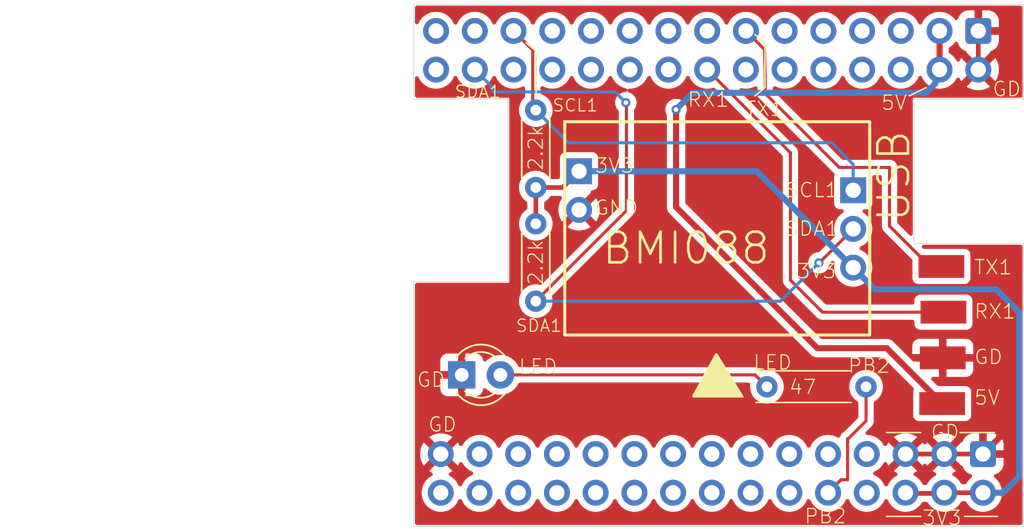
<source format=kicad_pcb>
(kicad_pcb (version 20241229) (generator "pcbnew") (generator_version "9.0")
  (layers (0 "F.Cu" signal) (2 "B.Cu" signal) (13 "F.Paste" user) (15 "B.Paste" user) (5 "F.SilkS" user "F.Silkscreen") (7 "B.SilkS" user "B.Silkscreen") (1 "F.Mask" user) (3 "B.Mask" user) (25 "Edge.Cuts" user))
  (net 0 "")
  (net 1 "/GND")
  (net 2 "/RX1")
  (net 3 "/TX1")
  (net 4 "/SDA1")
  (net 5 "/SCL1")
  (net 6 "/3V3")
  (net 8 "/5V")
  (net 19 "Net-(D1-A)")
  (net 20 "/LED_RAW")
  (footprint "Connector_Wire:SolderWirePad_1x01_SMD_5x10mm" (layer "F.Cu") (at 161.751927 113.154769)
    (property "Reference" "GND_PAD19" (hide yes))
    (property "Value" "Conn_01x01")
    (pad "1" smd rect (at -0.1003 -0.154769) (size 3 1.5) (layers "F.Cu" "F.Mask" "F.Paste") (net 8 "/5V"))
  )
  (footprint "Resistor_THT:R_Axial_DIN0204_L3.6mm_D1.6mm_P5.08mm_Horizontal" (layer "F.Cu") (at 150.16 111.9)
    (property "Reference" "47" (hide yes))
    (property "Value" "47 Ohms")
    (pad "1" thru_hole circle (at 0 0) (size 1.4 1.4) (drill 0.7) (layers "*.Cu" "*.Mask") (net 19 "Net-(D1-A)"))
    (pad "2" thru_hole circle (at 6.5 0) (size 1.4 1.4) (drill 0.7) (layers "*.Cu" "*.Mask") (net 20 "/LED_RAW"))
  )
  (footprint "Connector_PinHeader_2.54mm:PinHeader_1x02_P2.54mm_Vertical" (layer "F.Cu") (at 140.837711 97.74737)
    (property "Reference" "PMW3901_PWR2" (hide yes))
    (property "Value" "Conn_01x02_Female" (hide yes))
    (pad "1" thru_hole rect (at -3 0) (size 1.7 1.7) (drill 1) (layers "*.Cu" "*.Mask") (net 6 "/3V3"))
    (pad "2" thru_hole circle (at -3 2.54) (size 1.7 1.7) (drill 1) (layers "*.Cu" "*.Mask") (net 1 "/GND"))
  )
  (footprint "Resistor_THT:R_Axial_DIN0204_L3.6mm_D1.6mm_P5.08mm_Horizontal" (layer "F.Cu") (at 135 93.737455 -90)
    (property "Reference" "2.2k" (hide yes))
    (property "Value" "2.2k Ohms")
    (fp_line (start 0.62 0.92) (end 4.46 0.92) (stroke (width 0.12)) (layer "F.SilkS"))
    (fp_line (start 0.62 -0.92) (end 4.46 -0.92) (stroke (width 0.12)) (layer "F.SilkS"))
    (pad "1" thru_hole circle (at 0 0 270) (size 1.4 1.4) (drill 0.7) (layers "*.Cu" "*.Mask") (net 5 "/SCL1"))
    (pad "2" thru_hole circle (at 5.08 0 270) (size 1.4 1.4) (drill 0.7) (layers "*.Cu" "*.Mask") (net 6 "/3V3"))
  )
  (footprint "Connector_Wire:SolderWirePad_1x01_SMD_5x10mm" (layer "F.Cu") (at 161.837846 108.582686)
    (property "Reference" "GND_PAD20" (hide yes))
    (property "Value" "Conn_01x01")
    (pad "1" smd rect (at -0.104225 -1.582686) (size 3 1.5) (layers "F.Cu" "F.Mask" "F.Paste") (net 2 "/RX1"))
  )
  (footprint "Connector_PinHeader_2.54mm:PinHeader_1x03_P2.54mm_Vertical" (layer "F.Cu") (at 155.089178 98.996703)
    (property "Reference" "Motor5" (hide yes))
    (property "Value" "Conn_01x03_Female" (hide yes))
    (pad "1" thru_hole rect (at 0.727219 0) (size 1.7 1.7) (drill 1) (layers "*.Cu" "*.Mask") (net 5 "/SCL1"))
    (pad "2" thru_hole circle (at 0.727219 2.54) (size 1.7 1.7) (drill 1) (layers "*.Cu" "*.Mask") (net 4 "/SDA1"))
    (pad "3" thru_hole circle (at 0.727219 5.08) (size 1.7 1.7) (drill 1) (layers "*.Cu" "*.Mask") (net 6 "/3V3"))
  )
  (footprint "LED_THT:LED_D3.0mm" (layer "F.Cu") (at 130.139632 111.117915)
    (property "Reference" "D1" (hide yes))
    (property "Value" "LED")
    (fp_line (start -0.29 -1.236) (end -0.29 -1.08) (stroke (width 0.12)) (layer "F.SilkS"))
    (fp_line (start -0.29 1.08) (end -0.29 1.236) (stroke (width 0.12)) (layer "F.SilkS"))
    (fp_arc (start -0.29 -1.235516) (mid 1.36566 -1.987699) (end 2.941437 -1.08) (stroke (width 0.12)) (layer "F.SilkS"))
    (fp_arc (start 0.229039 -1.08) (mid 1.27 -1.5) (end 2.310961 -1.08) (stroke (width 0.12)) (layer "F.SilkS"))
    (fp_arc (start 2.310961 1.08) (mid 1.27 1.5) (end 0.229039 1.08) (stroke (width 0.12)) (layer "F.SilkS"))
    (fp_arc (start 2.941437 1.08) (mid 1.36566 1.987699) (end -0.29 1.235516) (stroke (width 0.12)) (layer "F.SilkS"))
    (pad "1" thru_hole rect (at 0 0) (size 1.8 1.8) (drill 0.9) (layers "*.Cu" "*.Mask") (net 1 "/GND"))
    (pad "2" thru_hole circle (at 2.54 0) (size 1.8 1.8) (drill 0.9) (layers "*.Cu" "*.Mask") (net 19 "Net-(D1-A)"))
  )
  (footprint "Connector_Wire:SolderWirePad_1x01_SMD_5x10mm" (layer "F.Cu") (at 161.888885 111.481094)
    (property "Reference" "GND_PAD18" (hide yes))
    (property "Value" "Conn_01x01")
    (pad "1" smd rect (at -0.199254 -1.481094) (size 3 1.5) (layers "F.Cu" "F.Mask" "F.Paste") (net 1 "/GND"))
  )
  (footprint "Resistor_THT:R_Axial_DIN0204_L3.6mm_D1.6mm_P5.08mm_Horizontal" (layer "F.Cu") (at 135 106.278324 90)
    (property "Reference" "2.2k" (hide yes))
    (property "Value" "2.2k Ohms")
    (fp_line (start 0.62 -0.92) (end 4.46 -0.92) (stroke (width 0.12)) (layer "F.SilkS"))
    (fp_line (start 0.62 0.92) (end 4.46 0.92) (stroke (width 0.12)) (layer "F.SilkS"))
    (pad "1" thru_hole circle (at 0 0 90) (size 1.4 1.4) (drill 0.7) (layers "*.Cu" "*.Mask") (net 4 "/SDA1"))
    (pad "2" thru_hole circle (at 5.08 0 90) (size 1.4 1.4) (drill 0.7) (layers "*.Cu" "*.Mask") (net 6 "/3V3"))
  )
  (footprint "Connector_IDC:IDC-Header_2x15_P2.54mm_Vertical" (layer "F.Cu") (at 164.327308 116.31392 -90)
    (property "Reference" "J1" (hide yes))
    (property "Value" "Conn_01x15_MountingPin" (hide yes))
    (pad "1" thru_hole roundrect (at 0 0 270) (size 1.7 1.7) (drill 1) (layers "*.Cu" "*.Mask") (roundrect_rratio 0.147059) (net 1 "/GND"))
    (pad "2" thru_hole circle (at 2.54 0 270) (size 1.7 1.7) (drill 1) (layers "*.Cu" "*.Mask") (net 6 "/3V3"))
    (pad "3" thru_hole circle (at 0 2.54 270) (size 1.7 1.7) (drill 1) (layers "*.Cu" "*.Mask") (net 1 "/GND"))
    (pad "4" thru_hole circle (at 2.54 2.54 270) (size 1.7 1.7) (drill 1) (layers "*.Cu" "*.Mask") (net 6 "/3V3"))
    (pad "5" thru_hole circle (at 0 5.08 270) (size 1.7 1.7) (drill 1) (layers "*.Cu" "*.Mask") (net 1 "/GND"))
    (pad "6" thru_hole circle (at 2.54 5.08 270) (size 1.7 1.7) (drill 1) (layers "*.Cu" "*.Mask") (net 6 "/3V3"))
    (pad "7" thru_hole circle (at 0 7.62 270) (size 1.7 1.7) (drill 1) (layers "*.Cu" "*.Mask"))
    (pad "8" thru_hole circle (at 2.54 7.62 270) (size 1.7 1.7) (drill 1) (layers "*.Cu" "*.Mask"))
    (pad "9" thru_hole circle (at 0 10.16 270) (size 1.7 1.7) (drill 1) (layers "*.Cu" "*.Mask"))
    (pad "10" thru_hole circle (at 2.54 10.16 270) (size 1.7 1.7) (drill 1) (layers "*.Cu" "*.Mask") (net 20 "/LED_RAW"))
    (pad "11" thru_hole circle (at 0 12.7 270) (size 1.7 1.7) (drill 1) (layers "*.Cu" "*.Mask"))
    (pad "12" thru_hole circle (at 2.54 12.7 270) (size 1.7 1.7) (drill 1) (layers "*.Cu" "*.Mask"))
    (pad "13" thru_hole circle (at 0 15.24 270) (size 1.7 1.7) (drill 1) (layers "*.Cu" "*.Mask"))
    (pad "14" thru_hole circle (at 2.54 15.24 270) (size 1.7 1.7) (drill 1) (layers "*.Cu" "*.Mask"))
    (pad "15" thru_hole circle (at 0 17.78 270) (size 1.7 1.7) (drill 1) (layers "*.Cu" "*.Mask"))
    (pad "16" thru_hole circle (at 2.54 17.78 270) (size 1.7 1.7) (drill 1) (layers "*.Cu" "*.Mask"))
    (pad "17" thru_hole circle (at 0 20.32 270) (size 1.7 1.7) (drill 1) (layers "*.Cu" "*.Mask"))
    (pad "18" thru_hole circle (at 2.54 20.32 270) (size 1.7 1.7) (drill 1) (layers "*.Cu" "*.Mask"))
    (pad "19" thru_hole circle (at 0 22.86 270) (size 1.7 1.7) (drill 1) (layers "*.Cu" "*.Mask"))
    (pad "20" thru_hole circle (at 2.54 22.86 270) (size 1.7 1.7) (drill 1) (layers "*.Cu" "*.Mask"))
    (pad "21" thru_hole circle (at 0 25.4 270) (size 1.7 1.7) (drill 1) (layers "*.Cu" "*.Mask"))
    (pad "22" thru_hole circle (at 2.54 25.4 270) (size 1.7 1.7) (drill 1) (layers "*.Cu" "*.Mask"))
    (pad "23" thru_hole circle (at 0 27.94 270) (size 1.7 1.7) (drill 1) (layers "*.Cu" "*.Mask"))
    (pad "24" thru_hole circle (at 2.54 27.94 270) (size 1.7 1.7) (drill 1) (layers "*.Cu" "*.Mask"))
    (pad "25" thru_hole circle (at 0 30.48 270) (size 1.7 1.7) (drill 1) (layers "*.Cu" "*.Mask"))
    (pad "26" thru_hole circle (at 2.54 30.48 270) (size 1.7 1.7) (drill 1) (layers "*.Cu" "*.Mask"))
    (pad "27" thru_hole circle (at 0 33.02 270) (size 1.7 1.7) (drill 1) (layers "*.Cu" "*.Mask"))
    (pad "28" thru_hole circle (at 2.54 33.02 270) (size 1.7 1.7) (drill 1) (layers "*.Cu" "*.Mask"))
    (pad "29" thru_hole circle (at 0 35.56 270) (size 1.7 1.7) (drill 1) (layers "*.Cu" "*.Mask") (net 1 "/GND"))
    (pad "30" thru_hole circle (at 2.54 35.56 270) (size 1.7 1.7) (drill 1) (layers "*.Cu" "*.Mask"))
  )
  (footprint "Connector_Wire:SolderWirePad_1x01_SMD_5x10mm" (layer "F.Cu") (at 161.78642 105.828165)
    (property "Reference" "GND_PAD21" (hide yes))
    (property "Value" "Conn_01x01")
    (pad "1" smd rect (at -0.184771 -1.828165) (size 3 1.5) (layers "F.Cu" "F.Mask" "F.Paste") (net 3 "/TX1"))
  )
  (footprint "Connector_IDC:IDC-Header_2x15_P2.54mm_Vertical" (layer "F.Cu") (at 164.02124 88.538278 -90)
    (property "Reference" "J1" (hide yes))
    (property "Value" "Conn_01x15_MountingPin" (hide yes))
    (pad "1" thru_hole roundrect (at 0 0 270) (size 1.7 1.7) (drill 1) (layers "*.Cu" "*.Mask") (roundrect_rratio 0.147059) (net 1 "/GND"))
    (pad "2" thru_hole circle (at 2.54 0 270) (size 1.7 1.7) (drill 1) (layers "*.Cu" "*.Mask") (net 1 "/GND"))
    (pad "3" thru_hole circle (at 0 2.54 270) (size 1.7 1.7) (drill 1) (layers "*.Cu" "*.Mask") (net 8 "/5V"))
    (pad "4" thru_hole circle (at 2.54 2.54 270) (size 1.7 1.7) (drill 1) (layers "*.Cu" "*.Mask") (net 8 "/5V"))
    (pad "5" thru_hole circle (at 0 5.08 270) (size 1.7 1.7) (drill 1) (layers "*.Cu" "*.Mask"))
    (pad "6" thru_hole circle (at 2.54 5.08 270) (size 1.7 1.7) (drill 1) (layers "*.Cu" "*.Mask"))
    (pad "7" thru_hole circle (at 0 7.62 270) (size 1.7 1.7) (drill 1) (layers "*.Cu" "*.Mask"))
    (pad "8" thru_hole circle (at 2.54 7.62 270) (size 1.7 1.7) (drill 1) (layers "*.Cu" "*.Mask"))
    (pad "9" thru_hole circle (at 0 10.16 270) (size 1.7 1.7) (drill 1) (layers "*.Cu" "*.Mask"))
    (pad "10" thru_hole circle (at 2.54 10.16 270) (size 1.7 1.7) (drill 1) (layers "*.Cu" "*.Mask"))
    (pad "11" thru_hole circle (at 0 12.7 270) (size 1.7 1.7) (drill 1) (layers "*.Cu" "*.Mask"))
    (pad "12" thru_hole circle (at 2.54 12.7 270) (size 1.7 1.7) (drill 1) (layers "*.Cu" "*.Mask"))
    (pad "13" thru_hole circle (at 0 15.24 270) (size 1.7 1.7) (drill 1) (layers "*.Cu" "*.Mask") (net 3 "/TX1"))
    (pad "14" thru_hole circle (at 2.54 15.24 270) (size 1.7 1.7) (drill 1) (layers "*.Cu" "*.Mask"))
    (pad "15" thru_hole circle (at 0 17.78 270) (size 1.7 1.7) (drill 1) (layers "*.Cu" "*.Mask"))
    (pad "16" thru_hole circle (at 2.54 17.78 270) (size 1.7 1.7) (drill 1) (layers "*.Cu" "*.Mask") (net 2 "/RX1"))
    (pad "17" thru_hole circle (at 0 20.32 270) (size 1.7 1.7) (drill 1) (layers "*.Cu" "*.Mask"))
    (pad "18" thru_hole circle (at 2.54 20.32 270) (size 1.7 1.7) (drill 1) (layers "*.Cu" "*.Mask"))
    (pad "19" thru_hole circle (at 0 22.86 270) (size 1.7 1.7) (drill 1) (layers "*.Cu" "*.Mask"))
    (pad "20" thru_hole circle (at 2.54 22.86 270) (size 1.7 1.7) (drill 1) (layers "*.Cu" "*.Mask"))
    (pad "21" thru_hole circle (at 0 25.4 270) (size 1.7 1.7) (drill 1) (layers "*.Cu" "*.Mask"))
    (pad "22" thru_hole circle (at 2.54 25.4 270) (size 1.7 1.7) (drill 1) (layers "*.Cu" "*.Mask"))
    (pad "23" thru_hole circle (at 0 27.94 270) (size 1.7 1.7) (drill 1) (layers "*.Cu" "*.Mask"))
    (pad "24" thru_hole circle (at 2.54 27.94 270) (size 1.7 1.7) (drill 1) (layers "*.Cu" "*.Mask"))
    (pad "25" thru_hole circle (at 0 30.48 270) (size 1.7 1.7) (drill 1) (layers "*.Cu" "*.Mask") (net 5 "/SCL1"))
    (pad "26" thru_hole circle (at 2.54 30.48 270) (size 1.7 1.7) (drill 1) (layers "*.Cu" "*.Mask"))
    (pad "27" thru_hole circle (at 0 33.02 270) (size 1.7 1.7) (drill 1) (layers "*.Cu" "*.Mask"))
    (pad "28" thru_hole circle (at 2.54 33.02 270) (size 1.7 1.7) (drill 1) (layers "*.Cu" "*.Mask") (net 4 "/SDA1"))
    (pad "29" thru_hole circle (at 0 35.56 270) (size 1.7 1.7) (drill 1) (layers "*.Cu" "*.Mask"))
    (pad "30" thru_hole circle (at 2.54 35.56 270) (size 1.7 1.7) (drill 1) (layers "*.Cu" "*.Mask"))
  )
  (gr_line (start 135.021954 89.874182) (end 134.36733 89.323544) (stroke (width 0.1)) (layer "F.SilkS"))
  (gr_line (start 149.438916 110.85) (end 155.687923 110.85) (stroke (width 0.1)) (layer "F.SilkS"))
  (gr_line (start 135.021954 89.874182) (end 135.021954 92.806889) (stroke (width 0.1)) (layer "F.SilkS"))
  (gr_line (start 163.124378 120.408703) (end 165.276097 120.408703) (stroke (width 0.1)) (layer "F.SilkS"))
  (gr_poly (pts (xy 146.838273 109.799367) (xy 145.359712 112.5068) (xy 148.496256 112.5068)) (stroke (width 0.2)) (fill yes) (layer "F.SilkS"))
  (gr_rect (start 136.9 94.5) (end 156.9 108.5) (stroke (width 0.2)) (fill no) (layer "F.SilkS"))
  (gr_line (start 158 114.904845) (end 160.250389 114.904845) (stroke (width 0.1)) (layer "F.SilkS"))
  (gr_line (start 158 120.408703) (end 160.250389 120.408703) (stroke (width 0.1)) (layer "F.SilkS"))
  (gr_line (start 150.030376 89.323544) (end 149.375752 88.772906) (stroke (width 0.1)) (layer "F.SilkS"))
  (gr_line (start 150.030376 89.323544) (end 150.030376 92.256251) (stroke (width 0.1)) (layer "F.SilkS"))
  (gr_line (start 149.438916 112.929319) (end 155.687923 112.929319) (stroke (width 0.1)) (layer "F.SilkS"))
  (gr_line (start 162.828612 114.904845) (end 165.079001 114.904845) (stroke (width 0.1)) (layer "F.SilkS"))
  (gr_line (start 160.6 92.256251) (end 159.5 92.8) (stroke (width 0.1)) (layer "F.SilkS"))
  (gr_line (start 150.030376 92.256251) (end 149.375752 92.806889) (stroke (width 0.1)) (layer "F.SilkS"))
  (gr_line (start 133.186794 105) (end 133.186794 93) (stroke (width 0.05)) (layer "Edge.Cuts"))
  (gr_line (start 159.8 93) (end 167 93) (stroke (width 0.05)) (layer "Edge.Cuts"))
  (gr_line (start 127 121.045118) (end 167 121.045118) (stroke (width 0.05)) (layer "Edge.Cuts"))
  (gr_line (start 127 86.8) (end 167 86.8) (stroke (width 0.05)) (layer "Edge.Cuts"))
  (gr_line (start 167 86.8) (end 167 93) (stroke (width 0.05)) (layer "Edge.Cuts"))
  (gr_line (start 127 86.8) (end 127 93) (stroke (width 0.05)) (layer "Edge.Cuts"))
  (gr_line (start 127 105) (end 127 121.045118) (stroke (width 0.05)) (layer "Edge.Cuts"))
  (gr_line (start 167 102.5) (end 167 121.042889) (stroke (width 0.05)) (layer "Edge.Cuts"))
  (gr_line (start 159.8 93) (end 159.8 102.5) (stroke (width 0.05)) (layer "Edge.Cuts"))
  (gr_line (start 127 105) (end 133.186794 105) (stroke (width 0.05)) (layer "Edge.Cuts"))
  (gr_line (start 159.8 102.5) (end 167 102.5) (stroke (width 0.05)) (layer "Edge.Cuts"))
  (gr_line (start 127 93) (end 133.186794 93) (stroke (width 0.05)) (layer "Edge.Cuts"))
  (gr_text "" (at 99.861386 109.494652 0) (layer "F.Cu") (effects (font (size 0.93472 0.93472) (thickness 0.08128)) (justify left bottom)))
  (gr_text "GD" (at 160.853311 115.424623 0) (layer "F.SilkS") (effects (font (size 0.93472 0.93472) (thickness 0.08128)) (justify left bottom)))
  (gr_text "LED" (at 149.21 110.85 0) (layer "F.SilkS") (effects (font (size 0.93472 0.93472) (thickness 0.08128)) (justify left bottom)))
  (gr_text "GD" (at 163.7 110.490547 0) (layer "F.SilkS") (effects (font (size 0.93472 0.93472) (thickness 0.08128)) (justify left bottom)))
  (gr_text "GND" (at 138.816397 100.692742 0) (layer "F.SilkS") (effects (font (size 0.93472 0.93472) (thickness 0.08128)) (justify left bottom)))
  (gr_text "5V" (at 157.6 93.8 0) (layer "F.SilkS") (effects (font (size 0.93472 0.93472) (thickness 0.08128)) (justify left bottom)))
  (gr_text "SCL1" (at 151.316397 99.53384 0) (layer "F.SilkS") (effects (font (size 0.93472 0.93472) (thickness 0.08128)) (justify left bottom)))
  (gr_text "BMI088" (at 139.236423 103.982161 0) (layer "F.SilkS") (effects (font (size 2.009648 2.009648) (thickness 0.174752)) (justify left bottom)))
  (gr_text "SDA1" (at 151.316397 102.064898 0) (layer "F.SilkS") (effects (font (size 0.93472 0.93472) (thickness 0.08128)) (justify left bottom)))
  (gr_text "RX1" (at 144.9 93.6 0) (layer "F.SilkS") (effects (font (size 0.93472 0.93472) (thickness 0.08128)) (justify left bottom)))
  (gr_text "SCL1" (at 136.05 93.890782 0) (layer "F.SilkS") (effects (font (size 0.8 0.8) (thickness 0.08128)) (justify left bottom)))
  (gr_text "LED" (at 133.829632 111.117915 0) (layer "F.SilkS") (effects (font (size 0.93472 0.93472) (thickness 0.08128)) (justify left bottom)))
  (gr_text "SDA1" (at 129.631257 93 0) (layer "F.SilkS") (effects (font (size 0.8 0.8) (thickness 0.08128)) (justify left bottom)))
  (gr_text "47" (at 151.563872 112.461671 0) (layer "F.SilkS") (effects (font (size 0.93472 0.93472) (thickness 0.08128)) (justify left bottom)))
  (gr_text "TX1\n" (at 148.7 94.2 0) (layer "F.SilkS") (effects (font (size 0.93472 0.93472) (thickness 0.08128)) (justify left bottom)))
  (gr_text "GD" (at 127.145723 111.982725 0) (layer "F.SilkS") (effects (font (size 0.93472 0.93472) (thickness 0.08128)) (justify left bottom)))
  (gr_text "SDA1" (at 133.645527 108.357643 0) (layer "F.SilkS") (effects (font (size 0.8 0.8) (thickness 0.08128)) (justify left bottom)))
  (gr_text "USB\n\n" (at 162.9 101.2 90) (layer "F.SilkS") (effects (font (size 2.009648 2.009648) (thickness 0.174752)) (justify left bottom)))
  (gr_text "PB2" (at 152.56342 120.937458 0) (layer "F.SilkS") (effects (font (size 0.93472 0.93472) (thickness 0.08128)) (justify left bottom)))
  (gr_text "RX1" (at 163.7 107.5 0) (layer "F.SilkS") (effects (font (size 0.93472 0.93472) (thickness 0.08128)) (justify left bottom)))
  (gr_text "GD" (at 127.891013 114.922856 0) (layer "F.SilkS") (effects (font (size 0.93472 0.93472) (thickness 0.08128)) (justify left bottom)))
  (gr_text "2.2k" (at 135.545058 97.767698 90) (layer "F.SilkS") (effects (font (size 0.93472 0.93472) (thickness 0.08128)) (justify left bottom)))
  (gr_text "5V" (at 163.7 113.154769 0) (layer "F.SilkS") (effects (font (size 0.93472 0.93472) (thickness 0.08128)) (justify left bottom)))
  (gr_text "TX1\n" (at 163.7 104.6 0) (layer "F.SilkS") (effects (font (size 0.93472 0.93472) (thickness 0.08128)) (justify left bottom)))
  (gr_text "PB2" (at 155.424696 111.06312 0) (layer "F.SilkS") (effects (font (size 0.93472 0.93472) (thickness 0.08128)) (justify left bottom)))
  (gr_text "3V3" (at 152.066397 104.855656 0) (layer "F.SilkS") (effects (font (size 0.93472 0.93472) (thickness 0.08128)) (justify left bottom)))
  (gr_text "GD" (at 164.9 92.9 0) (layer "F.SilkS") (effects (font (size 0.93472 0.93472) (thickness 0.08128)) (justify left bottom)))
  (gr_text "3V3" (at 138.816397 97.922742 0) (layer "F.SilkS") (effects (font (size 0.93472 0.93472) (thickness 0.08128)) (justify left bottom)))
  (gr_text "3V3" (at 160.293472 121.045118 0) (layer "F.SilkS") (effects (font (size 0.93472 0.93472) (thickness 0.08128)) (justify left bottom)))
  (gr_text "2.2k" (at 135.542061 105.280077 90) (layer "F.SilkS") (effects (font (size 0.93472 0.93472) (thickness 0.08128)) (justify left bottom)))
  (segment (start 161.689631 110) (end 163.8 110) (width 0.4) (layer "F.Cu") (net 1))
  (segment (start 163.8 110) (end 165.4 111.6) (width 0.4) (layer "F.Cu") (net 1))
  (segment (start 159.247308 116.31392) (end 161.787308 116.31392) (width 0.3048) (layer "F.Cu") (net 1))
  (segment (start 164.02124 88.538278) (end 164.02124 91.078278) (width 0.3048) (layer "F.Cu") (net 1))
  (segment (start 161.787308 116.31392) (end 164.327308 116.31392) (width 0.3048) (layer "F.Cu") (net 1))
  (segment (start 165.4 111.6) (end 165.4 115.241228) (width 0.4) (layer "F.Cu") (net 1))
  (segment (start 130.139632 114.941596) (end 128.767308 116.31392) (width 0.2) (layer "F.Cu") (net 1))
  (segment (start 165.4 115.241228) (end 164.614252 116.026976) (width 0.4) (layer "F.Cu") (net 1))
  (segment (start 130.139632 111.117915) (end 130.139632 114.941596) (width 0.2) (layer "F.Cu") (net 1))
  (segment (start 151.7 104.9) (end 153.8 107) (width 0.2) (layer "F.Cu") (net 2))
  (segment (start 146.24124 91.078278) (end 151.7 96.537038) (width 0.2) (layer "F.Cu") (net 2))
  (segment (start 153.8 107) (end 161.733621 107) (width 0.2) (layer "F.Cu") (net 2))
  (segment (start 151.7 96.537038) (end 151.7 104.9) (width 0.2) (layer "F.Cu") (net 2))
  (segment (start 154.9 97.5) (end 158.2 97.5) (width 0.2) (layer "F.Cu") (net 3))
  (segment (start 150.05 92.55) (end 150 92.6) (width 0.2) (layer "F.Cu") (net 3))
  (segment (start 150 92.6) (end 154.9 97.5) (width 0.2) (layer "F.Cu") (net 3))
  (segment (start 158.2 97.5) (end 158.2 101.348351) (width 0.2) (layer "F.Cu") (net 3))
  (segment (start 150 89.757038) (end 150 89.857038) (width 0.2) (layer "F.Cu") (net 3))
  (segment (start 160.851649 104) (end 161.601649 104) (width 0.2) (layer "F.Cu") (net 3))
  (segment (start 148.78124 88.538278) (end 150 89.757038) (width 0.2) (layer "F.Cu") (net 3))
  (segment (start 150.05 91.535322) (end 150.05 92.55) (width 0.2) (layer "F.Cu") (net 3))
  (segment (start 158.2 101.348351) (end 160.851649 104) (width 0.2) (layer "F.Cu") (net 3))
  (segment (start 150 89.857038) (end 150.05 91.535322) (width 0.2) (layer "F.Cu") (net 3))
  (segment (start 155.816397 101.536703) (end 155.941279 101.536703) (width 0.2) (layer "F.Cu") (net 4))
  (segment (start 135 106.278324) (end 140.945897 100.332427) (width 0.2) (layer "F.Cu") (net 4))
  (segment (start 140.945897 100.332427) (end 140.945897 93.249814) (width 0.2) (layer "F.Cu") (net 4))
  (segment (start 153.566296 103.764054) (end 153.589046 103.764054) (width 0.2) (layer "F.Cu") (net 4))
  (segment (start 153.589046 103.764054) (end 155.816397 101.536703) (width 0.2) (layer "F.Cu") (net 4))
  (via (at 140.906296 93.249388) (size 0.6) (drill 0.3) (layers "F.Cu" "B.Cu") (net 4))
  (via (at 153.566296 103.764054) (size 0.6) (drill 0.3) (layers "F.Cu" "B.Cu") (net 4))
  (segment (start 135 106.278324) (end 151.052026 106.278324) (width 0.2) (layer "B.Cu") (net 4))
  (segment (start 132.195494 92.542858) (end 132.195494 92.272532) (width 0.2) (layer "B.Cu") (net 4))
  (segment (start 132.195494 92.272532) (end 131.00124 91.078278) (width 0.2) (layer "B.Cu") (net 4))
  (segment (start 151.052026 106.278324) (end 153.566296 103.764054) (width 0.2) (layer "B.Cu") (net 4))
  (segment (start 132.195494 92.542858) (end 139.945856 92.542858) (width 0.2) (layer "B.Cu") (net 4))
  (segment (start 139.945856 92.542858) (end 140.199766 92.542858) (width 0.2) (layer "B.Cu") (net 4))
  (segment (start 140.199766 92.542858) (end 140.906296 93.249388) (width 0.2) (layer "B.Cu") (net 4))
  (segment (start 140.906296 93.249388) (end 140.972533 93.315625) (width 0.2) (layer "B.Cu") (net 4))
  (segment (start 133.54124 88.538278) (end 134.8 89.797038) (width 0.2) (layer "F.Cu") (net 5))
  (segment (start 134.8 89.797038) (end 134.8 93.715295) (width 0.2) (layer "F.Cu") (net 5))
  (segment (start 134.97784 93.715295) (end 135 93.737455) (width 0.2) (layer "F.Cu") (net 5))
  (segment (start 137.145105 95.88256) (end 135 93.737455) (width 0.2) (layer "B.Cu") (net 5))
  (segment (start 155.816397 97.294998) (end 155.816397 98.996703) (width 0.2) (layer "B.Cu") (net 5))
  (segment (start 153.507053 95.88256) (end 153.509703 95.87991) (width 0.2) (layer "B.Cu") (net 5))
  (segment (start 154.401309 95.87991) (end 155.816397 97.294998) (width 0.2) (layer "B.Cu") (net 5))
  (segment (start 153.507053 95.88256) (end 137.145105 95.88256) (width 0.2) (layer "B.Cu") (net 5))
  (segment (start 153.509703 95.87991) (end 154.401309 95.87991) (width 0.2) (layer "B.Cu") (net 5))
  (segment (start 155.716397 104.176703) (end 155.816397 104.076703) (width 0.3) (layer "F.Cu") (net 6))
  (segment (start 135 101.198324) (end 135 98.817455) (width 0.3) (layer "F.Cu") (net 6))
  (segment (start 135 98.817455) (end 136.767626 98.817455) (width 0.3) (layer "F.Cu") (net 6))
  (segment (start 159.03 118.9) (end 161.57 118.9) (width 0.3048) (layer "F.Cu") (net 6))
  (segment (start 136.767626 98.817455) (end 137.837711 97.74737) (width 0.3) (layer "F.Cu") (net 6))
  (segment (start 161.787308 118.85392) (end 164.327308 118.85392) (width 0.3048) (layer "F.Cu") (net 6))
  (segment (start 166.7 117.8) (end 165.6 118.9) (width 0.4) (layer "B.Cu") (net 6))
  (segment (start 157.239694 105.5) (end 165.2 105.5) (width 0.4) (layer "B.Cu") (net 6))
  (segment (start 165.55392 118.85392) (end 164.327308 118.85392) (width 0.4) (layer "B.Cu") (net 6))
  (segment (start 149.487064 97.74737) (end 155.816397 104.076703) (width 0.4) (layer "B.Cu") (net 6))
  (segment (start 165.2 105.5) (end 166.7 107) (width 0.4) (layer "B.Cu") (net 6))
  (segment (start 165.6 118.9) (end 165.55392 118.85392) (width 0.4) (layer "B.Cu") (net 6))
  (segment (start 155.816397 104.076703) (end 157.239694 105.5) (width 0.4) (layer "B.Cu") (net 6))
  (segment (start 166.7 107) (end 166.7 117.8) (width 0.4) (layer "B.Cu") (net 6))
  (segment (start 137.837711 97.74737) (end 149.487064 97.74737) (width 0.4) (layer "B.Cu") (net 6))
  (segment (start 161.651627 113) (end 158.015535 109.363908) (width 0.4) (layer "F.Cu") (net 8))
  (segment (start 161.48124 91.078278) (end 161.48124 88.538278) (width 0.4) (layer "F.Cu") (net 8))
  (segment (start 144.2 100.1) (end 144.2 93.7) (width 0.4) (layer "F.Cu") (net 8))
  (segment (start 158.015535 109.363908) (end 153.463908 109.363908) (width 0.4) (layer "F.Cu") (net 8))
  (segment (start 153.463908 109.363908) (end 144.2 100.1) (width 0.4) (layer "F.Cu") (net 8))
  (via (at 144.2 93.7) (size 0.6) (drill 0.3) (layers "F.Cu" "B.Cu") (net 8))
  (segment (start 160.6 92.6) (end 161.2 92) (width 0.4) (layer "B.Cu") (net 8))
  (segment (start 161.2 92) (end 161.2 91.359518) (width 0.4) (layer "B.Cu") (net 8))
  (segment (start 144.2 93.7) (end 145.3 92.6) (width 0.4) (layer "B.Cu") (net 8))
  (segment (start 145.3 92.6) (end 160.6 92.6) (width 0.4) (layer "B.Cu") (net 8))
  (segment (start 149.377915 111.117915) (end 150.16 111.9) (width 0.2) (layer "F.Cu") (net 19))
  (segment (start 132.679632 111.117915) (end 149.377915 111.117915) (width 0.2) (layer "F.Cu") (net 19))
  (segment (start 155.021228 118) (end 154.167308 118.85392) (width 0.2) (layer "F.Cu") (net 20))
  (segment (start 155.45 115.3) (end 155.45 118) (width 0.2) (layer "F.Cu") (net 20))
  (segment (start 156.66 114.14) (end 155.5 115.3) (width 0.2) (layer "F.Cu") (net 20))
  (segment (start 156.66 111.9) (end 156.66 114.14) (width 0.2) (layer "F.Cu") (net 20))
  (segment (start 155.45 118) (end 155.021228 118) (width 0.2) (layer "F.Cu") (net 20))
  (zone (net 1) (net_name "/GND") (layer "F.Cu") (connect_pads (clearance 0.4)) (min_thickness 0.25) (fill yes (thermal_gap 0.5) (thermal_bridge_width 0.5))
    (polygon (pts (xy 127 86.8) (xy 167 86.8) (xy 167 121.042889) (xy 127 121.045118)))
  )
)
</source>
